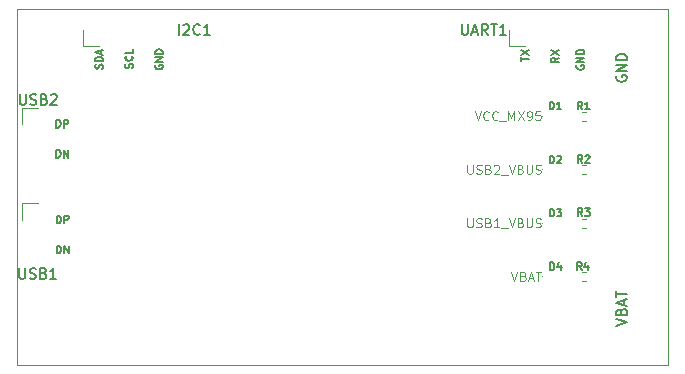
<source format=gbr>
%TF.GenerationSoftware,KiCad,Pcbnew,9.0.7*%
%TF.CreationDate,2026-02-18T13:17:12-07:00*%
%TF.ProjectId,AS_1471_Dash,41535f31-3437-4315-9f44-6173682e6b69,rev?*%
%TF.SameCoordinates,Original*%
%TF.FileFunction,Legend,Top*%
%TF.FilePolarity,Positive*%
%FSLAX46Y46*%
G04 Gerber Fmt 4.6, Leading zero omitted, Abs format (unit mm)*
G04 Created by KiCad (PCBNEW 9.0.7) date 2026-02-18 13:17:12*
%MOMM*%
%LPD*%
G01*
G04 APERTURE LIST*
%ADD10C,0.127000*%
%ADD11C,0.177800*%
%ADD12C,0.101600*%
%ADD13C,0.120000*%
%ADD14C,0.100000*%
%TA.AperFunction,Profile*%
%ADD15C,0.050000*%
%TD*%
G04 APERTURE END LIST*
D10*
X120254833Y-83490665D02*
X120254833Y-84210332D01*
X120254833Y-84210332D02*
X120297167Y-84294998D01*
X120297167Y-84294998D02*
X120339500Y-84337332D01*
X120339500Y-84337332D02*
X120424167Y-84379665D01*
X120424167Y-84379665D02*
X120593500Y-84379665D01*
X120593500Y-84379665D02*
X120678167Y-84337332D01*
X120678167Y-84337332D02*
X120720500Y-84294998D01*
X120720500Y-84294998D02*
X120762833Y-84210332D01*
X120762833Y-84210332D02*
X120762833Y-83490665D01*
X121143833Y-84337332D02*
X121270833Y-84379665D01*
X121270833Y-84379665D02*
X121482500Y-84379665D01*
X121482500Y-84379665D02*
X121567166Y-84337332D01*
X121567166Y-84337332D02*
X121609500Y-84294998D01*
X121609500Y-84294998D02*
X121651833Y-84210332D01*
X121651833Y-84210332D02*
X121651833Y-84125665D01*
X121651833Y-84125665D02*
X121609500Y-84040998D01*
X121609500Y-84040998D02*
X121567166Y-83998665D01*
X121567166Y-83998665D02*
X121482500Y-83956332D01*
X121482500Y-83956332D02*
X121313166Y-83913998D01*
X121313166Y-83913998D02*
X121228500Y-83871665D01*
X121228500Y-83871665D02*
X121186166Y-83829332D01*
X121186166Y-83829332D02*
X121143833Y-83744665D01*
X121143833Y-83744665D02*
X121143833Y-83659998D01*
X121143833Y-83659998D02*
X121186166Y-83575332D01*
X121186166Y-83575332D02*
X121228500Y-83532998D01*
X121228500Y-83532998D02*
X121313166Y-83490665D01*
X121313166Y-83490665D02*
X121524833Y-83490665D01*
X121524833Y-83490665D02*
X121651833Y-83532998D01*
X122329167Y-83913998D02*
X122456167Y-83956332D01*
X122456167Y-83956332D02*
X122498500Y-83998665D01*
X122498500Y-83998665D02*
X122540833Y-84083332D01*
X122540833Y-84083332D02*
X122540833Y-84210332D01*
X122540833Y-84210332D02*
X122498500Y-84294998D01*
X122498500Y-84294998D02*
X122456167Y-84337332D01*
X122456167Y-84337332D02*
X122371500Y-84379665D01*
X122371500Y-84379665D02*
X122032833Y-84379665D01*
X122032833Y-84379665D02*
X122032833Y-83490665D01*
X122032833Y-83490665D02*
X122329167Y-83490665D01*
X122329167Y-83490665D02*
X122413833Y-83532998D01*
X122413833Y-83532998D02*
X122456167Y-83575332D01*
X122456167Y-83575332D02*
X122498500Y-83659998D01*
X122498500Y-83659998D02*
X122498500Y-83744665D01*
X122498500Y-83744665D02*
X122456167Y-83829332D01*
X122456167Y-83829332D02*
X122413833Y-83871665D01*
X122413833Y-83871665D02*
X122329167Y-83913998D01*
X122329167Y-83913998D02*
X122032833Y-83913998D01*
X122879500Y-83575332D02*
X122921833Y-83532998D01*
X122921833Y-83532998D02*
X123006500Y-83490665D01*
X123006500Y-83490665D02*
X123218167Y-83490665D01*
X123218167Y-83490665D02*
X123302833Y-83532998D01*
X123302833Y-83532998D02*
X123345167Y-83575332D01*
X123345167Y-83575332D02*
X123387500Y-83659998D01*
X123387500Y-83659998D02*
X123387500Y-83744665D01*
X123387500Y-83744665D02*
X123345167Y-83871665D01*
X123345167Y-83871665D02*
X122837167Y-84379665D01*
X122837167Y-84379665D02*
X123387500Y-84379665D01*
X120229833Y-98190665D02*
X120229833Y-98910332D01*
X120229833Y-98910332D02*
X120272167Y-98994998D01*
X120272167Y-98994998D02*
X120314500Y-99037332D01*
X120314500Y-99037332D02*
X120399167Y-99079665D01*
X120399167Y-99079665D02*
X120568500Y-99079665D01*
X120568500Y-99079665D02*
X120653167Y-99037332D01*
X120653167Y-99037332D02*
X120695500Y-98994998D01*
X120695500Y-98994998D02*
X120737833Y-98910332D01*
X120737833Y-98910332D02*
X120737833Y-98190665D01*
X121118833Y-99037332D02*
X121245833Y-99079665D01*
X121245833Y-99079665D02*
X121457500Y-99079665D01*
X121457500Y-99079665D02*
X121542166Y-99037332D01*
X121542166Y-99037332D02*
X121584500Y-98994998D01*
X121584500Y-98994998D02*
X121626833Y-98910332D01*
X121626833Y-98910332D02*
X121626833Y-98825665D01*
X121626833Y-98825665D02*
X121584500Y-98740998D01*
X121584500Y-98740998D02*
X121542166Y-98698665D01*
X121542166Y-98698665D02*
X121457500Y-98656332D01*
X121457500Y-98656332D02*
X121288166Y-98613998D01*
X121288166Y-98613998D02*
X121203500Y-98571665D01*
X121203500Y-98571665D02*
X121161166Y-98529332D01*
X121161166Y-98529332D02*
X121118833Y-98444665D01*
X121118833Y-98444665D02*
X121118833Y-98359998D01*
X121118833Y-98359998D02*
X121161166Y-98275332D01*
X121161166Y-98275332D02*
X121203500Y-98232998D01*
X121203500Y-98232998D02*
X121288166Y-98190665D01*
X121288166Y-98190665D02*
X121499833Y-98190665D01*
X121499833Y-98190665D02*
X121626833Y-98232998D01*
X122304167Y-98613998D02*
X122431167Y-98656332D01*
X122431167Y-98656332D02*
X122473500Y-98698665D01*
X122473500Y-98698665D02*
X122515833Y-98783332D01*
X122515833Y-98783332D02*
X122515833Y-98910332D01*
X122515833Y-98910332D02*
X122473500Y-98994998D01*
X122473500Y-98994998D02*
X122431167Y-99037332D01*
X122431167Y-99037332D02*
X122346500Y-99079665D01*
X122346500Y-99079665D02*
X122007833Y-99079665D01*
X122007833Y-99079665D02*
X122007833Y-98190665D01*
X122007833Y-98190665D02*
X122304167Y-98190665D01*
X122304167Y-98190665D02*
X122388833Y-98232998D01*
X122388833Y-98232998D02*
X122431167Y-98275332D01*
X122431167Y-98275332D02*
X122473500Y-98359998D01*
X122473500Y-98359998D02*
X122473500Y-98444665D01*
X122473500Y-98444665D02*
X122431167Y-98529332D01*
X122431167Y-98529332D02*
X122388833Y-98571665D01*
X122388833Y-98571665D02*
X122304167Y-98613998D01*
X122304167Y-98613998D02*
X122007833Y-98613998D01*
X123362500Y-99079665D02*
X122854500Y-99079665D01*
X123108500Y-99079665D02*
X123108500Y-98190665D01*
X123108500Y-98190665D02*
X123023833Y-98317665D01*
X123023833Y-98317665D02*
X122939167Y-98402332D01*
X122939167Y-98402332D02*
X122854500Y-98444665D01*
D11*
X170830356Y-81902332D02*
X170788023Y-81986999D01*
X170788023Y-81986999D02*
X170788023Y-82113999D01*
X170788023Y-82113999D02*
X170830356Y-82240999D01*
X170830356Y-82240999D02*
X170915023Y-82325666D01*
X170915023Y-82325666D02*
X170999690Y-82367999D01*
X170999690Y-82367999D02*
X171169023Y-82410332D01*
X171169023Y-82410332D02*
X171296023Y-82410332D01*
X171296023Y-82410332D02*
X171465356Y-82367999D01*
X171465356Y-82367999D02*
X171550023Y-82325666D01*
X171550023Y-82325666D02*
X171634690Y-82240999D01*
X171634690Y-82240999D02*
X171677023Y-82113999D01*
X171677023Y-82113999D02*
X171677023Y-82029332D01*
X171677023Y-82029332D02*
X171634690Y-81902332D01*
X171634690Y-81902332D02*
X171592356Y-81859999D01*
X171592356Y-81859999D02*
X171296023Y-81859999D01*
X171296023Y-81859999D02*
X171296023Y-82029332D01*
X171677023Y-81478999D02*
X170788023Y-81478999D01*
X170788023Y-81478999D02*
X171677023Y-80970999D01*
X171677023Y-80970999D02*
X170788023Y-80970999D01*
X171677023Y-80547666D02*
X170788023Y-80547666D01*
X170788023Y-80547666D02*
X170788023Y-80335999D01*
X170788023Y-80335999D02*
X170830356Y-80208999D01*
X170830356Y-80208999D02*
X170915023Y-80124333D01*
X170915023Y-80124333D02*
X170999690Y-80081999D01*
X170999690Y-80081999D02*
X171169023Y-80039666D01*
X171169023Y-80039666D02*
X171296023Y-80039666D01*
X171296023Y-80039666D02*
X171465356Y-80081999D01*
X171465356Y-80081999D02*
X171550023Y-80124333D01*
X171550023Y-80124333D02*
X171634690Y-80208999D01*
X171634690Y-80208999D02*
X171677023Y-80335999D01*
X171677023Y-80335999D02*
X171677023Y-80547666D01*
D10*
X127256921Y-81321647D02*
X127287159Y-81230933D01*
X127287159Y-81230933D02*
X127287159Y-81079742D01*
X127287159Y-81079742D02*
X127256921Y-81019266D01*
X127256921Y-81019266D02*
X127226682Y-80989028D01*
X127226682Y-80989028D02*
X127166206Y-80958790D01*
X127166206Y-80958790D02*
X127105730Y-80958790D01*
X127105730Y-80958790D02*
X127045254Y-80989028D01*
X127045254Y-80989028D02*
X127015016Y-81019266D01*
X127015016Y-81019266D02*
X126984778Y-81079742D01*
X126984778Y-81079742D02*
X126954540Y-81200695D01*
X126954540Y-81200695D02*
X126924301Y-81261171D01*
X126924301Y-81261171D02*
X126894063Y-81291409D01*
X126894063Y-81291409D02*
X126833587Y-81321647D01*
X126833587Y-81321647D02*
X126773111Y-81321647D01*
X126773111Y-81321647D02*
X126712635Y-81291409D01*
X126712635Y-81291409D02*
X126682397Y-81261171D01*
X126682397Y-81261171D02*
X126652159Y-81200695D01*
X126652159Y-81200695D02*
X126652159Y-81049504D01*
X126652159Y-81049504D02*
X126682397Y-80958790D01*
X127287159Y-80686647D02*
X126652159Y-80686647D01*
X126652159Y-80686647D02*
X126652159Y-80535457D01*
X126652159Y-80535457D02*
X126682397Y-80444742D01*
X126682397Y-80444742D02*
X126742873Y-80384266D01*
X126742873Y-80384266D02*
X126803349Y-80354028D01*
X126803349Y-80354028D02*
X126924301Y-80323790D01*
X126924301Y-80323790D02*
X127015016Y-80323790D01*
X127015016Y-80323790D02*
X127135968Y-80354028D01*
X127135968Y-80354028D02*
X127196444Y-80384266D01*
X127196444Y-80384266D02*
X127256921Y-80444742D01*
X127256921Y-80444742D02*
X127287159Y-80535457D01*
X127287159Y-80535457D02*
X127287159Y-80686647D01*
X127105730Y-80081885D02*
X127105730Y-79779504D01*
X127287159Y-80142361D02*
X126652159Y-79930695D01*
X126652159Y-79930695D02*
X127287159Y-79719028D01*
X123359742Y-88837159D02*
X123359742Y-88202159D01*
X123359742Y-88202159D02*
X123510932Y-88202159D01*
X123510932Y-88202159D02*
X123601647Y-88232397D01*
X123601647Y-88232397D02*
X123662123Y-88292873D01*
X123662123Y-88292873D02*
X123692361Y-88353349D01*
X123692361Y-88353349D02*
X123722599Y-88474301D01*
X123722599Y-88474301D02*
X123722599Y-88565016D01*
X123722599Y-88565016D02*
X123692361Y-88685968D01*
X123692361Y-88685968D02*
X123662123Y-88746444D01*
X123662123Y-88746444D02*
X123601647Y-88806921D01*
X123601647Y-88806921D02*
X123510932Y-88837159D01*
X123510932Y-88837159D02*
X123359742Y-88837159D01*
X123994742Y-88837159D02*
X123994742Y-88202159D01*
X123994742Y-88202159D02*
X124357599Y-88837159D01*
X124357599Y-88837159D02*
X124357599Y-88202159D01*
X129796921Y-81255952D02*
X129827159Y-81165238D01*
X129827159Y-81165238D02*
X129827159Y-81014047D01*
X129827159Y-81014047D02*
X129796921Y-80953571D01*
X129796921Y-80953571D02*
X129766682Y-80923333D01*
X129766682Y-80923333D02*
X129706206Y-80893095D01*
X129706206Y-80893095D02*
X129645730Y-80893095D01*
X129645730Y-80893095D02*
X129585254Y-80923333D01*
X129585254Y-80923333D02*
X129555016Y-80953571D01*
X129555016Y-80953571D02*
X129524778Y-81014047D01*
X129524778Y-81014047D02*
X129494540Y-81135000D01*
X129494540Y-81135000D02*
X129464301Y-81195476D01*
X129464301Y-81195476D02*
X129434063Y-81225714D01*
X129434063Y-81225714D02*
X129373587Y-81255952D01*
X129373587Y-81255952D02*
X129313111Y-81255952D01*
X129313111Y-81255952D02*
X129252635Y-81225714D01*
X129252635Y-81225714D02*
X129222397Y-81195476D01*
X129222397Y-81195476D02*
X129192159Y-81135000D01*
X129192159Y-81135000D02*
X129192159Y-80983809D01*
X129192159Y-80983809D02*
X129222397Y-80893095D01*
X129766682Y-80258095D02*
X129796921Y-80288333D01*
X129796921Y-80288333D02*
X129827159Y-80379047D01*
X129827159Y-80379047D02*
X129827159Y-80439523D01*
X129827159Y-80439523D02*
X129796921Y-80530238D01*
X129796921Y-80530238D02*
X129736444Y-80590714D01*
X129736444Y-80590714D02*
X129675968Y-80620952D01*
X129675968Y-80620952D02*
X129555016Y-80651190D01*
X129555016Y-80651190D02*
X129464301Y-80651190D01*
X129464301Y-80651190D02*
X129343349Y-80620952D01*
X129343349Y-80620952D02*
X129282873Y-80590714D01*
X129282873Y-80590714D02*
X129222397Y-80530238D01*
X129222397Y-80530238D02*
X129192159Y-80439523D01*
X129192159Y-80439523D02*
X129192159Y-80379047D01*
X129192159Y-80379047D02*
X129222397Y-80288333D01*
X129222397Y-80288333D02*
X129252635Y-80258095D01*
X129827159Y-79683571D02*
X129827159Y-79985952D01*
X129827159Y-79985952D02*
X129192159Y-79985952D01*
D12*
X158165714Y-89460231D02*
X158165714Y-90077088D01*
X158165714Y-90077088D02*
X158202000Y-90149660D01*
X158202000Y-90149660D02*
X158238286Y-90185946D01*
X158238286Y-90185946D02*
X158310857Y-90222231D01*
X158310857Y-90222231D02*
X158456000Y-90222231D01*
X158456000Y-90222231D02*
X158528571Y-90185946D01*
X158528571Y-90185946D02*
X158564857Y-90149660D01*
X158564857Y-90149660D02*
X158601143Y-90077088D01*
X158601143Y-90077088D02*
X158601143Y-89460231D01*
X158927714Y-90185946D02*
X159036572Y-90222231D01*
X159036572Y-90222231D02*
X159218000Y-90222231D01*
X159218000Y-90222231D02*
X159290572Y-90185946D01*
X159290572Y-90185946D02*
X159326857Y-90149660D01*
X159326857Y-90149660D02*
X159363143Y-90077088D01*
X159363143Y-90077088D02*
X159363143Y-90004517D01*
X159363143Y-90004517D02*
X159326857Y-89931946D01*
X159326857Y-89931946D02*
X159290572Y-89895660D01*
X159290572Y-89895660D02*
X159218000Y-89859374D01*
X159218000Y-89859374D02*
X159072857Y-89823088D01*
X159072857Y-89823088D02*
X159000286Y-89786803D01*
X159000286Y-89786803D02*
X158964000Y-89750517D01*
X158964000Y-89750517D02*
X158927714Y-89677946D01*
X158927714Y-89677946D02*
X158927714Y-89605374D01*
X158927714Y-89605374D02*
X158964000Y-89532803D01*
X158964000Y-89532803D02*
X159000286Y-89496517D01*
X159000286Y-89496517D02*
X159072857Y-89460231D01*
X159072857Y-89460231D02*
X159254286Y-89460231D01*
X159254286Y-89460231D02*
X159363143Y-89496517D01*
X159943714Y-89823088D02*
X160052571Y-89859374D01*
X160052571Y-89859374D02*
X160088857Y-89895660D01*
X160088857Y-89895660D02*
X160125143Y-89968231D01*
X160125143Y-89968231D02*
X160125143Y-90077088D01*
X160125143Y-90077088D02*
X160088857Y-90149660D01*
X160088857Y-90149660D02*
X160052571Y-90185946D01*
X160052571Y-90185946D02*
X159980000Y-90222231D01*
X159980000Y-90222231D02*
X159689714Y-90222231D01*
X159689714Y-90222231D02*
X159689714Y-89460231D01*
X159689714Y-89460231D02*
X159943714Y-89460231D01*
X159943714Y-89460231D02*
X160016286Y-89496517D01*
X160016286Y-89496517D02*
X160052571Y-89532803D01*
X160052571Y-89532803D02*
X160088857Y-89605374D01*
X160088857Y-89605374D02*
X160088857Y-89677946D01*
X160088857Y-89677946D02*
X160052571Y-89750517D01*
X160052571Y-89750517D02*
X160016286Y-89786803D01*
X160016286Y-89786803D02*
X159943714Y-89823088D01*
X159943714Y-89823088D02*
X159689714Y-89823088D01*
X160415428Y-89532803D02*
X160451714Y-89496517D01*
X160451714Y-89496517D02*
X160524286Y-89460231D01*
X160524286Y-89460231D02*
X160705714Y-89460231D01*
X160705714Y-89460231D02*
X160778286Y-89496517D01*
X160778286Y-89496517D02*
X160814571Y-89532803D01*
X160814571Y-89532803D02*
X160850857Y-89605374D01*
X160850857Y-89605374D02*
X160850857Y-89677946D01*
X160850857Y-89677946D02*
X160814571Y-89786803D01*
X160814571Y-89786803D02*
X160379143Y-90222231D01*
X160379143Y-90222231D02*
X160850857Y-90222231D01*
X160996000Y-90294803D02*
X161576571Y-90294803D01*
X161649142Y-89460231D02*
X161903142Y-90222231D01*
X161903142Y-90222231D02*
X162157142Y-89460231D01*
X162665142Y-89823088D02*
X162773999Y-89859374D01*
X162773999Y-89859374D02*
X162810285Y-89895660D01*
X162810285Y-89895660D02*
X162846571Y-89968231D01*
X162846571Y-89968231D02*
X162846571Y-90077088D01*
X162846571Y-90077088D02*
X162810285Y-90149660D01*
X162810285Y-90149660D02*
X162773999Y-90185946D01*
X162773999Y-90185946D02*
X162701428Y-90222231D01*
X162701428Y-90222231D02*
X162411142Y-90222231D01*
X162411142Y-90222231D02*
X162411142Y-89460231D01*
X162411142Y-89460231D02*
X162665142Y-89460231D01*
X162665142Y-89460231D02*
X162737714Y-89496517D01*
X162737714Y-89496517D02*
X162773999Y-89532803D01*
X162773999Y-89532803D02*
X162810285Y-89605374D01*
X162810285Y-89605374D02*
X162810285Y-89677946D01*
X162810285Y-89677946D02*
X162773999Y-89750517D01*
X162773999Y-89750517D02*
X162737714Y-89786803D01*
X162737714Y-89786803D02*
X162665142Y-89823088D01*
X162665142Y-89823088D02*
X162411142Y-89823088D01*
X163173142Y-89460231D02*
X163173142Y-90077088D01*
X163173142Y-90077088D02*
X163209428Y-90149660D01*
X163209428Y-90149660D02*
X163245714Y-90185946D01*
X163245714Y-90185946D02*
X163318285Y-90222231D01*
X163318285Y-90222231D02*
X163463428Y-90222231D01*
X163463428Y-90222231D02*
X163535999Y-90185946D01*
X163535999Y-90185946D02*
X163572285Y-90149660D01*
X163572285Y-90149660D02*
X163608571Y-90077088D01*
X163608571Y-90077088D02*
X163608571Y-89460231D01*
X163935142Y-90185946D02*
X164044000Y-90222231D01*
X164044000Y-90222231D02*
X164225428Y-90222231D01*
X164225428Y-90222231D02*
X164298000Y-90185946D01*
X164298000Y-90185946D02*
X164334285Y-90149660D01*
X164334285Y-90149660D02*
X164370571Y-90077088D01*
X164370571Y-90077088D02*
X164370571Y-90004517D01*
X164370571Y-90004517D02*
X164334285Y-89931946D01*
X164334285Y-89931946D02*
X164298000Y-89895660D01*
X164298000Y-89895660D02*
X164225428Y-89859374D01*
X164225428Y-89859374D02*
X164080285Y-89823088D01*
X164080285Y-89823088D02*
X164007714Y-89786803D01*
X164007714Y-89786803D02*
X163971428Y-89750517D01*
X163971428Y-89750517D02*
X163935142Y-89677946D01*
X163935142Y-89677946D02*
X163935142Y-89605374D01*
X163935142Y-89605374D02*
X163971428Y-89532803D01*
X163971428Y-89532803D02*
X164007714Y-89496517D01*
X164007714Y-89496517D02*
X164080285Y-89460231D01*
X164080285Y-89460231D02*
X164261714Y-89460231D01*
X164261714Y-89460231D02*
X164370571Y-89496517D01*
D10*
X123409742Y-96927159D02*
X123409742Y-96292159D01*
X123409742Y-96292159D02*
X123560932Y-96292159D01*
X123560932Y-96292159D02*
X123651647Y-96322397D01*
X123651647Y-96322397D02*
X123712123Y-96382873D01*
X123712123Y-96382873D02*
X123742361Y-96443349D01*
X123742361Y-96443349D02*
X123772599Y-96564301D01*
X123772599Y-96564301D02*
X123772599Y-96655016D01*
X123772599Y-96655016D02*
X123742361Y-96775968D01*
X123742361Y-96775968D02*
X123712123Y-96836444D01*
X123712123Y-96836444D02*
X123651647Y-96896921D01*
X123651647Y-96896921D02*
X123560932Y-96927159D01*
X123560932Y-96927159D02*
X123409742Y-96927159D01*
X124044742Y-96927159D02*
X124044742Y-96292159D01*
X124044742Y-96292159D02*
X124407599Y-96927159D01*
X124407599Y-96927159D02*
X124407599Y-96292159D01*
D12*
X158769715Y-84907431D02*
X159023715Y-85669431D01*
X159023715Y-85669431D02*
X159277715Y-84907431D01*
X159967144Y-85596860D02*
X159930858Y-85633146D01*
X159930858Y-85633146D02*
X159822001Y-85669431D01*
X159822001Y-85669431D02*
X159749429Y-85669431D01*
X159749429Y-85669431D02*
X159640572Y-85633146D01*
X159640572Y-85633146D02*
X159568001Y-85560574D01*
X159568001Y-85560574D02*
X159531715Y-85488003D01*
X159531715Y-85488003D02*
X159495429Y-85342860D01*
X159495429Y-85342860D02*
X159495429Y-85234003D01*
X159495429Y-85234003D02*
X159531715Y-85088860D01*
X159531715Y-85088860D02*
X159568001Y-85016288D01*
X159568001Y-85016288D02*
X159640572Y-84943717D01*
X159640572Y-84943717D02*
X159749429Y-84907431D01*
X159749429Y-84907431D02*
X159822001Y-84907431D01*
X159822001Y-84907431D02*
X159930858Y-84943717D01*
X159930858Y-84943717D02*
X159967144Y-84980003D01*
X160729144Y-85596860D02*
X160692858Y-85633146D01*
X160692858Y-85633146D02*
X160584001Y-85669431D01*
X160584001Y-85669431D02*
X160511429Y-85669431D01*
X160511429Y-85669431D02*
X160402572Y-85633146D01*
X160402572Y-85633146D02*
X160330001Y-85560574D01*
X160330001Y-85560574D02*
X160293715Y-85488003D01*
X160293715Y-85488003D02*
X160257429Y-85342860D01*
X160257429Y-85342860D02*
X160257429Y-85234003D01*
X160257429Y-85234003D02*
X160293715Y-85088860D01*
X160293715Y-85088860D02*
X160330001Y-85016288D01*
X160330001Y-85016288D02*
X160402572Y-84943717D01*
X160402572Y-84943717D02*
X160511429Y-84907431D01*
X160511429Y-84907431D02*
X160584001Y-84907431D01*
X160584001Y-84907431D02*
X160692858Y-84943717D01*
X160692858Y-84943717D02*
X160729144Y-84980003D01*
X160874287Y-85742003D02*
X161454858Y-85742003D01*
X161636286Y-85669431D02*
X161636286Y-84907431D01*
X161636286Y-84907431D02*
X161890286Y-85451717D01*
X161890286Y-85451717D02*
X162144286Y-84907431D01*
X162144286Y-84907431D02*
X162144286Y-85669431D01*
X162434572Y-84907431D02*
X162942572Y-85669431D01*
X162942572Y-84907431D02*
X162434572Y-85669431D01*
X163269143Y-85669431D02*
X163414286Y-85669431D01*
X163414286Y-85669431D02*
X163486857Y-85633146D01*
X163486857Y-85633146D02*
X163523143Y-85596860D01*
X163523143Y-85596860D02*
X163595714Y-85488003D01*
X163595714Y-85488003D02*
X163632000Y-85342860D01*
X163632000Y-85342860D02*
X163632000Y-85052574D01*
X163632000Y-85052574D02*
X163595714Y-84980003D01*
X163595714Y-84980003D02*
X163559429Y-84943717D01*
X163559429Y-84943717D02*
X163486857Y-84907431D01*
X163486857Y-84907431D02*
X163341714Y-84907431D01*
X163341714Y-84907431D02*
X163269143Y-84943717D01*
X163269143Y-84943717D02*
X163232857Y-84980003D01*
X163232857Y-84980003D02*
X163196571Y-85052574D01*
X163196571Y-85052574D02*
X163196571Y-85234003D01*
X163196571Y-85234003D02*
X163232857Y-85306574D01*
X163232857Y-85306574D02*
X163269143Y-85342860D01*
X163269143Y-85342860D02*
X163341714Y-85379146D01*
X163341714Y-85379146D02*
X163486857Y-85379146D01*
X163486857Y-85379146D02*
X163559429Y-85342860D01*
X163559429Y-85342860D02*
X163595714Y-85306574D01*
X163595714Y-85306574D02*
X163632000Y-85234003D01*
X164321428Y-84907431D02*
X163958571Y-84907431D01*
X163958571Y-84907431D02*
X163922285Y-85270288D01*
X163922285Y-85270288D02*
X163958571Y-85234003D01*
X163958571Y-85234003D02*
X164031143Y-85197717D01*
X164031143Y-85197717D02*
X164212571Y-85197717D01*
X164212571Y-85197717D02*
X164285143Y-85234003D01*
X164285143Y-85234003D02*
X164321428Y-85270288D01*
X164321428Y-85270288D02*
X164357714Y-85342860D01*
X164357714Y-85342860D02*
X164357714Y-85524288D01*
X164357714Y-85524288D02*
X164321428Y-85596860D01*
X164321428Y-85596860D02*
X164285143Y-85633146D01*
X164285143Y-85633146D02*
X164212571Y-85669431D01*
X164212571Y-85669431D02*
X164031143Y-85669431D01*
X164031143Y-85669431D02*
X163958571Y-85633146D01*
X163958571Y-85633146D02*
X163922285Y-85596860D01*
D11*
X170763023Y-103060499D02*
X171652023Y-102764166D01*
X171652023Y-102764166D02*
X170763023Y-102467832D01*
X171186356Y-101875166D02*
X171228690Y-101748166D01*
X171228690Y-101748166D02*
X171271023Y-101705832D01*
X171271023Y-101705832D02*
X171355690Y-101663499D01*
X171355690Y-101663499D02*
X171482690Y-101663499D01*
X171482690Y-101663499D02*
X171567356Y-101705832D01*
X171567356Y-101705832D02*
X171609690Y-101748166D01*
X171609690Y-101748166D02*
X171652023Y-101832832D01*
X171652023Y-101832832D02*
X171652023Y-102171499D01*
X171652023Y-102171499D02*
X170763023Y-102171499D01*
X170763023Y-102171499D02*
X170763023Y-101875166D01*
X170763023Y-101875166D02*
X170805356Y-101790499D01*
X170805356Y-101790499D02*
X170847690Y-101748166D01*
X170847690Y-101748166D02*
X170932356Y-101705832D01*
X170932356Y-101705832D02*
X171017023Y-101705832D01*
X171017023Y-101705832D02*
X171101690Y-101748166D01*
X171101690Y-101748166D02*
X171144023Y-101790499D01*
X171144023Y-101790499D02*
X171186356Y-101875166D01*
X171186356Y-101875166D02*
X171186356Y-102171499D01*
X171398023Y-101324832D02*
X171398023Y-100901499D01*
X171652023Y-101409499D02*
X170763023Y-101113166D01*
X170763023Y-101113166D02*
X171652023Y-100816832D01*
X170763023Y-100647499D02*
X170763023Y-100139499D01*
X171652023Y-100393499D02*
X170763023Y-100393499D01*
D10*
X133733833Y-78454665D02*
X133733833Y-77565665D01*
X134114833Y-77650332D02*
X134157166Y-77607998D01*
X134157166Y-77607998D02*
X134241833Y-77565665D01*
X134241833Y-77565665D02*
X134453500Y-77565665D01*
X134453500Y-77565665D02*
X134538166Y-77607998D01*
X134538166Y-77607998D02*
X134580500Y-77650332D01*
X134580500Y-77650332D02*
X134622833Y-77734998D01*
X134622833Y-77734998D02*
X134622833Y-77819665D01*
X134622833Y-77819665D02*
X134580500Y-77946665D01*
X134580500Y-77946665D02*
X134072500Y-78454665D01*
X134072500Y-78454665D02*
X134622833Y-78454665D01*
X135511833Y-78369998D02*
X135469500Y-78412332D01*
X135469500Y-78412332D02*
X135342500Y-78454665D01*
X135342500Y-78454665D02*
X135257833Y-78454665D01*
X135257833Y-78454665D02*
X135130833Y-78412332D01*
X135130833Y-78412332D02*
X135046167Y-78327665D01*
X135046167Y-78327665D02*
X135003833Y-78242998D01*
X135003833Y-78242998D02*
X134961500Y-78073665D01*
X134961500Y-78073665D02*
X134961500Y-77946665D01*
X134961500Y-77946665D02*
X135003833Y-77777332D01*
X135003833Y-77777332D02*
X135046167Y-77692665D01*
X135046167Y-77692665D02*
X135130833Y-77607998D01*
X135130833Y-77607998D02*
X135257833Y-77565665D01*
X135257833Y-77565665D02*
X135342500Y-77565665D01*
X135342500Y-77565665D02*
X135469500Y-77607998D01*
X135469500Y-77607998D02*
X135511833Y-77650332D01*
X136358500Y-78454665D02*
X135850500Y-78454665D01*
X136104500Y-78454665D02*
X136104500Y-77565665D01*
X136104500Y-77565665D02*
X136019833Y-77692665D01*
X136019833Y-77692665D02*
X135935167Y-77777332D01*
X135935167Y-77777332D02*
X135850500Y-77819665D01*
X162727159Y-80683809D02*
X162727159Y-80320952D01*
X163362159Y-80502381D02*
X162727159Y-80502381D01*
X162727159Y-80169761D02*
X163362159Y-79746428D01*
X162727159Y-79746428D02*
X163362159Y-80169761D01*
X157708500Y-77565665D02*
X157708500Y-78285332D01*
X157708500Y-78285332D02*
X157750834Y-78369998D01*
X157750834Y-78369998D02*
X157793167Y-78412332D01*
X157793167Y-78412332D02*
X157877834Y-78454665D01*
X157877834Y-78454665D02*
X158047167Y-78454665D01*
X158047167Y-78454665D02*
X158131834Y-78412332D01*
X158131834Y-78412332D02*
X158174167Y-78369998D01*
X158174167Y-78369998D02*
X158216500Y-78285332D01*
X158216500Y-78285332D02*
X158216500Y-77565665D01*
X158597500Y-78200665D02*
X159020833Y-78200665D01*
X158512833Y-78454665D02*
X158809167Y-77565665D01*
X158809167Y-77565665D02*
X159105500Y-78454665D01*
X159909833Y-78454665D02*
X159613500Y-78031332D01*
X159401833Y-78454665D02*
X159401833Y-77565665D01*
X159401833Y-77565665D02*
X159740500Y-77565665D01*
X159740500Y-77565665D02*
X159825167Y-77607998D01*
X159825167Y-77607998D02*
X159867500Y-77650332D01*
X159867500Y-77650332D02*
X159909833Y-77734998D01*
X159909833Y-77734998D02*
X159909833Y-77861998D01*
X159909833Y-77861998D02*
X159867500Y-77946665D01*
X159867500Y-77946665D02*
X159825167Y-77988998D01*
X159825167Y-77988998D02*
X159740500Y-78031332D01*
X159740500Y-78031332D02*
X159401833Y-78031332D01*
X160163833Y-77565665D02*
X160671833Y-77565665D01*
X160417833Y-78454665D02*
X160417833Y-77565665D01*
X161433833Y-78454665D02*
X160925833Y-78454665D01*
X161179833Y-78454665D02*
X161179833Y-77565665D01*
X161179833Y-77565665D02*
X161095166Y-77692665D01*
X161095166Y-77692665D02*
X161010500Y-77777332D01*
X161010500Y-77777332D02*
X160925833Y-77819665D01*
X165912159Y-80380833D02*
X165609778Y-80592500D01*
X165912159Y-80743690D02*
X165277159Y-80743690D01*
X165277159Y-80743690D02*
X165277159Y-80501785D01*
X165277159Y-80501785D02*
X165307397Y-80441309D01*
X165307397Y-80441309D02*
X165337635Y-80411071D01*
X165337635Y-80411071D02*
X165398111Y-80380833D01*
X165398111Y-80380833D02*
X165488825Y-80380833D01*
X165488825Y-80380833D02*
X165549301Y-80411071D01*
X165549301Y-80411071D02*
X165579540Y-80441309D01*
X165579540Y-80441309D02*
X165609778Y-80501785D01*
X165609778Y-80501785D02*
X165609778Y-80743690D01*
X165277159Y-80169166D02*
X165912159Y-79745833D01*
X165277159Y-79745833D02*
X165912159Y-80169166D01*
X123359742Y-86297159D02*
X123359742Y-85662159D01*
X123359742Y-85662159D02*
X123510932Y-85662159D01*
X123510932Y-85662159D02*
X123601647Y-85692397D01*
X123601647Y-85692397D02*
X123662123Y-85752873D01*
X123662123Y-85752873D02*
X123692361Y-85813349D01*
X123692361Y-85813349D02*
X123722599Y-85934301D01*
X123722599Y-85934301D02*
X123722599Y-86025016D01*
X123722599Y-86025016D02*
X123692361Y-86145968D01*
X123692361Y-86145968D02*
X123662123Y-86206444D01*
X123662123Y-86206444D02*
X123601647Y-86266921D01*
X123601647Y-86266921D02*
X123510932Y-86297159D01*
X123510932Y-86297159D02*
X123359742Y-86297159D01*
X123994742Y-86297159D02*
X123994742Y-85662159D01*
X123994742Y-85662159D02*
X124236647Y-85662159D01*
X124236647Y-85662159D02*
X124297123Y-85692397D01*
X124297123Y-85692397D02*
X124327361Y-85722635D01*
X124327361Y-85722635D02*
X124357599Y-85783111D01*
X124357599Y-85783111D02*
X124357599Y-85873825D01*
X124357599Y-85873825D02*
X124327361Y-85934301D01*
X124327361Y-85934301D02*
X124297123Y-85964540D01*
X124297123Y-85964540D02*
X124236647Y-85994778D01*
X124236647Y-85994778D02*
X123994742Y-85994778D01*
X167432397Y-81033809D02*
X167402159Y-81094285D01*
X167402159Y-81094285D02*
X167402159Y-81184999D01*
X167402159Y-81184999D02*
X167432397Y-81275714D01*
X167432397Y-81275714D02*
X167492873Y-81336190D01*
X167492873Y-81336190D02*
X167553349Y-81366428D01*
X167553349Y-81366428D02*
X167674301Y-81396666D01*
X167674301Y-81396666D02*
X167765016Y-81396666D01*
X167765016Y-81396666D02*
X167885968Y-81366428D01*
X167885968Y-81366428D02*
X167946444Y-81336190D01*
X167946444Y-81336190D02*
X168006921Y-81275714D01*
X168006921Y-81275714D02*
X168037159Y-81184999D01*
X168037159Y-81184999D02*
X168037159Y-81124523D01*
X168037159Y-81124523D02*
X168006921Y-81033809D01*
X168006921Y-81033809D02*
X167976682Y-81003571D01*
X167976682Y-81003571D02*
X167765016Y-81003571D01*
X167765016Y-81003571D02*
X167765016Y-81124523D01*
X168037159Y-80731428D02*
X167402159Y-80731428D01*
X167402159Y-80731428D02*
X168037159Y-80368571D01*
X168037159Y-80368571D02*
X167402159Y-80368571D01*
X168037159Y-80066190D02*
X167402159Y-80066190D01*
X167402159Y-80066190D02*
X167402159Y-79915000D01*
X167402159Y-79915000D02*
X167432397Y-79824285D01*
X167432397Y-79824285D02*
X167492873Y-79763809D01*
X167492873Y-79763809D02*
X167553349Y-79733571D01*
X167553349Y-79733571D02*
X167674301Y-79703333D01*
X167674301Y-79703333D02*
X167765016Y-79703333D01*
X167765016Y-79703333D02*
X167885968Y-79733571D01*
X167885968Y-79733571D02*
X167946444Y-79763809D01*
X167946444Y-79763809D02*
X168006921Y-79824285D01*
X168006921Y-79824285D02*
X168037159Y-79915000D01*
X168037159Y-79915000D02*
X168037159Y-80066190D01*
D12*
X158165714Y-93975964D02*
X158165714Y-94592821D01*
X158165714Y-94592821D02*
X158202000Y-94665393D01*
X158202000Y-94665393D02*
X158238286Y-94701679D01*
X158238286Y-94701679D02*
X158310857Y-94737964D01*
X158310857Y-94737964D02*
X158456000Y-94737964D01*
X158456000Y-94737964D02*
X158528571Y-94701679D01*
X158528571Y-94701679D02*
X158564857Y-94665393D01*
X158564857Y-94665393D02*
X158601143Y-94592821D01*
X158601143Y-94592821D02*
X158601143Y-93975964D01*
X158927714Y-94701679D02*
X159036572Y-94737964D01*
X159036572Y-94737964D02*
X159218000Y-94737964D01*
X159218000Y-94737964D02*
X159290572Y-94701679D01*
X159290572Y-94701679D02*
X159326857Y-94665393D01*
X159326857Y-94665393D02*
X159363143Y-94592821D01*
X159363143Y-94592821D02*
X159363143Y-94520250D01*
X159363143Y-94520250D02*
X159326857Y-94447679D01*
X159326857Y-94447679D02*
X159290572Y-94411393D01*
X159290572Y-94411393D02*
X159218000Y-94375107D01*
X159218000Y-94375107D02*
X159072857Y-94338821D01*
X159072857Y-94338821D02*
X159000286Y-94302536D01*
X159000286Y-94302536D02*
X158964000Y-94266250D01*
X158964000Y-94266250D02*
X158927714Y-94193679D01*
X158927714Y-94193679D02*
X158927714Y-94121107D01*
X158927714Y-94121107D02*
X158964000Y-94048536D01*
X158964000Y-94048536D02*
X159000286Y-94012250D01*
X159000286Y-94012250D02*
X159072857Y-93975964D01*
X159072857Y-93975964D02*
X159254286Y-93975964D01*
X159254286Y-93975964D02*
X159363143Y-94012250D01*
X159943714Y-94338821D02*
X160052571Y-94375107D01*
X160052571Y-94375107D02*
X160088857Y-94411393D01*
X160088857Y-94411393D02*
X160125143Y-94483964D01*
X160125143Y-94483964D02*
X160125143Y-94592821D01*
X160125143Y-94592821D02*
X160088857Y-94665393D01*
X160088857Y-94665393D02*
X160052571Y-94701679D01*
X160052571Y-94701679D02*
X159980000Y-94737964D01*
X159980000Y-94737964D02*
X159689714Y-94737964D01*
X159689714Y-94737964D02*
X159689714Y-93975964D01*
X159689714Y-93975964D02*
X159943714Y-93975964D01*
X159943714Y-93975964D02*
X160016286Y-94012250D01*
X160016286Y-94012250D02*
X160052571Y-94048536D01*
X160052571Y-94048536D02*
X160088857Y-94121107D01*
X160088857Y-94121107D02*
X160088857Y-94193679D01*
X160088857Y-94193679D02*
X160052571Y-94266250D01*
X160052571Y-94266250D02*
X160016286Y-94302536D01*
X160016286Y-94302536D02*
X159943714Y-94338821D01*
X159943714Y-94338821D02*
X159689714Y-94338821D01*
X160850857Y-94737964D02*
X160415428Y-94737964D01*
X160633143Y-94737964D02*
X160633143Y-93975964D01*
X160633143Y-93975964D02*
X160560571Y-94084821D01*
X160560571Y-94084821D02*
X160488000Y-94157393D01*
X160488000Y-94157393D02*
X160415428Y-94193679D01*
X160996000Y-94810536D02*
X161576571Y-94810536D01*
X161649142Y-93975964D02*
X161903142Y-94737964D01*
X161903142Y-94737964D02*
X162157142Y-93975964D01*
X162665142Y-94338821D02*
X162773999Y-94375107D01*
X162773999Y-94375107D02*
X162810285Y-94411393D01*
X162810285Y-94411393D02*
X162846571Y-94483964D01*
X162846571Y-94483964D02*
X162846571Y-94592821D01*
X162846571Y-94592821D02*
X162810285Y-94665393D01*
X162810285Y-94665393D02*
X162773999Y-94701679D01*
X162773999Y-94701679D02*
X162701428Y-94737964D01*
X162701428Y-94737964D02*
X162411142Y-94737964D01*
X162411142Y-94737964D02*
X162411142Y-93975964D01*
X162411142Y-93975964D02*
X162665142Y-93975964D01*
X162665142Y-93975964D02*
X162737714Y-94012250D01*
X162737714Y-94012250D02*
X162773999Y-94048536D01*
X162773999Y-94048536D02*
X162810285Y-94121107D01*
X162810285Y-94121107D02*
X162810285Y-94193679D01*
X162810285Y-94193679D02*
X162773999Y-94266250D01*
X162773999Y-94266250D02*
X162737714Y-94302536D01*
X162737714Y-94302536D02*
X162665142Y-94338821D01*
X162665142Y-94338821D02*
X162411142Y-94338821D01*
X163173142Y-93975964D02*
X163173142Y-94592821D01*
X163173142Y-94592821D02*
X163209428Y-94665393D01*
X163209428Y-94665393D02*
X163245714Y-94701679D01*
X163245714Y-94701679D02*
X163318285Y-94737964D01*
X163318285Y-94737964D02*
X163463428Y-94737964D01*
X163463428Y-94737964D02*
X163535999Y-94701679D01*
X163535999Y-94701679D02*
X163572285Y-94665393D01*
X163572285Y-94665393D02*
X163608571Y-94592821D01*
X163608571Y-94592821D02*
X163608571Y-93975964D01*
X163935142Y-94701679D02*
X164044000Y-94737964D01*
X164044000Y-94737964D02*
X164225428Y-94737964D01*
X164225428Y-94737964D02*
X164298000Y-94701679D01*
X164298000Y-94701679D02*
X164334285Y-94665393D01*
X164334285Y-94665393D02*
X164370571Y-94592821D01*
X164370571Y-94592821D02*
X164370571Y-94520250D01*
X164370571Y-94520250D02*
X164334285Y-94447679D01*
X164334285Y-94447679D02*
X164298000Y-94411393D01*
X164298000Y-94411393D02*
X164225428Y-94375107D01*
X164225428Y-94375107D02*
X164080285Y-94338821D01*
X164080285Y-94338821D02*
X164007714Y-94302536D01*
X164007714Y-94302536D02*
X163971428Y-94266250D01*
X163971428Y-94266250D02*
X163935142Y-94193679D01*
X163935142Y-94193679D02*
X163935142Y-94121107D01*
X163935142Y-94121107D02*
X163971428Y-94048536D01*
X163971428Y-94048536D02*
X164007714Y-94012250D01*
X164007714Y-94012250D02*
X164080285Y-93975964D01*
X164080285Y-93975964D02*
X164261714Y-93975964D01*
X164261714Y-93975964D02*
X164370571Y-94012250D01*
D10*
X123409742Y-94387159D02*
X123409742Y-93752159D01*
X123409742Y-93752159D02*
X123560932Y-93752159D01*
X123560932Y-93752159D02*
X123651647Y-93782397D01*
X123651647Y-93782397D02*
X123712123Y-93842873D01*
X123712123Y-93842873D02*
X123742361Y-93903349D01*
X123742361Y-93903349D02*
X123772599Y-94024301D01*
X123772599Y-94024301D02*
X123772599Y-94115016D01*
X123772599Y-94115016D02*
X123742361Y-94235968D01*
X123742361Y-94235968D02*
X123712123Y-94296444D01*
X123712123Y-94296444D02*
X123651647Y-94356921D01*
X123651647Y-94356921D02*
X123560932Y-94387159D01*
X123560932Y-94387159D02*
X123409742Y-94387159D01*
X124044742Y-94387159D02*
X124044742Y-93752159D01*
X124044742Y-93752159D02*
X124286647Y-93752159D01*
X124286647Y-93752159D02*
X124347123Y-93782397D01*
X124347123Y-93782397D02*
X124377361Y-93812635D01*
X124377361Y-93812635D02*
X124407599Y-93873111D01*
X124407599Y-93873111D02*
X124407599Y-93963825D01*
X124407599Y-93963825D02*
X124377361Y-94024301D01*
X124377361Y-94024301D02*
X124347123Y-94054540D01*
X124347123Y-94054540D02*
X124286647Y-94084778D01*
X124286647Y-94084778D02*
X124044742Y-94084778D01*
D12*
X161898143Y-98510231D02*
X162152143Y-99272231D01*
X162152143Y-99272231D02*
X162406143Y-98510231D01*
X162914143Y-98873088D02*
X163023000Y-98909374D01*
X163023000Y-98909374D02*
X163059286Y-98945660D01*
X163059286Y-98945660D02*
X163095572Y-99018231D01*
X163095572Y-99018231D02*
X163095572Y-99127088D01*
X163095572Y-99127088D02*
X163059286Y-99199660D01*
X163059286Y-99199660D02*
X163023000Y-99235946D01*
X163023000Y-99235946D02*
X162950429Y-99272231D01*
X162950429Y-99272231D02*
X162660143Y-99272231D01*
X162660143Y-99272231D02*
X162660143Y-98510231D01*
X162660143Y-98510231D02*
X162914143Y-98510231D01*
X162914143Y-98510231D02*
X162986715Y-98546517D01*
X162986715Y-98546517D02*
X163023000Y-98582803D01*
X163023000Y-98582803D02*
X163059286Y-98655374D01*
X163059286Y-98655374D02*
X163059286Y-98727946D01*
X163059286Y-98727946D02*
X163023000Y-98800517D01*
X163023000Y-98800517D02*
X162986715Y-98836803D01*
X162986715Y-98836803D02*
X162914143Y-98873088D01*
X162914143Y-98873088D02*
X162660143Y-98873088D01*
X163385857Y-99054517D02*
X163748715Y-99054517D01*
X163313286Y-99272231D02*
X163567286Y-98510231D01*
X163567286Y-98510231D02*
X163821286Y-99272231D01*
X163966429Y-98510231D02*
X164401858Y-98510231D01*
X164184143Y-99272231D02*
X164184143Y-98510231D01*
D10*
X131762397Y-81008809D02*
X131732159Y-81069285D01*
X131732159Y-81069285D02*
X131732159Y-81159999D01*
X131732159Y-81159999D02*
X131762397Y-81250714D01*
X131762397Y-81250714D02*
X131822873Y-81311190D01*
X131822873Y-81311190D02*
X131883349Y-81341428D01*
X131883349Y-81341428D02*
X132004301Y-81371666D01*
X132004301Y-81371666D02*
X132095016Y-81371666D01*
X132095016Y-81371666D02*
X132215968Y-81341428D01*
X132215968Y-81341428D02*
X132276444Y-81311190D01*
X132276444Y-81311190D02*
X132336921Y-81250714D01*
X132336921Y-81250714D02*
X132367159Y-81159999D01*
X132367159Y-81159999D02*
X132367159Y-81099523D01*
X132367159Y-81099523D02*
X132336921Y-81008809D01*
X132336921Y-81008809D02*
X132306682Y-80978571D01*
X132306682Y-80978571D02*
X132095016Y-80978571D01*
X132095016Y-80978571D02*
X132095016Y-81099523D01*
X132367159Y-80706428D02*
X131732159Y-80706428D01*
X131732159Y-80706428D02*
X132367159Y-80343571D01*
X132367159Y-80343571D02*
X131732159Y-80343571D01*
X132367159Y-80041190D02*
X131732159Y-80041190D01*
X131732159Y-80041190D02*
X131732159Y-79890000D01*
X131732159Y-79890000D02*
X131762397Y-79799285D01*
X131762397Y-79799285D02*
X131822873Y-79738809D01*
X131822873Y-79738809D02*
X131883349Y-79708571D01*
X131883349Y-79708571D02*
X132004301Y-79678333D01*
X132004301Y-79678333D02*
X132095016Y-79678333D01*
X132095016Y-79678333D02*
X132215968Y-79708571D01*
X132215968Y-79708571D02*
X132276444Y-79738809D01*
X132276444Y-79738809D02*
X132336921Y-79799285D01*
X132336921Y-79799285D02*
X132367159Y-79890000D01*
X132367159Y-79890000D02*
X132367159Y-80041190D01*
X167907166Y-93787159D02*
X167695499Y-93484778D01*
X167544309Y-93787159D02*
X167544309Y-93152159D01*
X167544309Y-93152159D02*
X167786214Y-93152159D01*
X167786214Y-93152159D02*
X167846690Y-93182397D01*
X167846690Y-93182397D02*
X167876928Y-93212635D01*
X167876928Y-93212635D02*
X167907166Y-93273111D01*
X167907166Y-93273111D02*
X167907166Y-93363825D01*
X167907166Y-93363825D02*
X167876928Y-93424301D01*
X167876928Y-93424301D02*
X167846690Y-93454540D01*
X167846690Y-93454540D02*
X167786214Y-93484778D01*
X167786214Y-93484778D02*
X167544309Y-93484778D01*
X168118833Y-93152159D02*
X168511928Y-93152159D01*
X168511928Y-93152159D02*
X168300261Y-93394063D01*
X168300261Y-93394063D02*
X168390976Y-93394063D01*
X168390976Y-93394063D02*
X168451452Y-93424301D01*
X168451452Y-93424301D02*
X168481690Y-93454540D01*
X168481690Y-93454540D02*
X168511928Y-93515016D01*
X168511928Y-93515016D02*
X168511928Y-93666206D01*
X168511928Y-93666206D02*
X168481690Y-93726682D01*
X168481690Y-93726682D02*
X168451452Y-93756921D01*
X168451452Y-93756921D02*
X168390976Y-93787159D01*
X168390976Y-93787159D02*
X168209547Y-93787159D01*
X168209547Y-93787159D02*
X168149071Y-93756921D01*
X168149071Y-93756921D02*
X168118833Y-93726682D01*
X165143309Y-93814292D02*
X165143309Y-93179292D01*
X165143309Y-93179292D02*
X165294499Y-93179292D01*
X165294499Y-93179292D02*
X165385214Y-93209530D01*
X165385214Y-93209530D02*
X165445690Y-93270006D01*
X165445690Y-93270006D02*
X165475928Y-93330482D01*
X165475928Y-93330482D02*
X165506166Y-93451434D01*
X165506166Y-93451434D02*
X165506166Y-93542149D01*
X165506166Y-93542149D02*
X165475928Y-93663101D01*
X165475928Y-93663101D02*
X165445690Y-93723577D01*
X165445690Y-93723577D02*
X165385214Y-93784054D01*
X165385214Y-93784054D02*
X165294499Y-93814292D01*
X165294499Y-93814292D02*
X165143309Y-93814292D01*
X165717833Y-93179292D02*
X166110928Y-93179292D01*
X166110928Y-93179292D02*
X165899261Y-93421196D01*
X165899261Y-93421196D02*
X165989976Y-93421196D01*
X165989976Y-93421196D02*
X166050452Y-93451434D01*
X166050452Y-93451434D02*
X166080690Y-93481673D01*
X166080690Y-93481673D02*
X166110928Y-93542149D01*
X166110928Y-93542149D02*
X166110928Y-93693339D01*
X166110928Y-93693339D02*
X166080690Y-93753815D01*
X166080690Y-93753815D02*
X166050452Y-93784054D01*
X166050452Y-93784054D02*
X165989976Y-93814292D01*
X165989976Y-93814292D02*
X165808547Y-93814292D01*
X165808547Y-93814292D02*
X165748071Y-93784054D01*
X165748071Y-93784054D02*
X165717833Y-93753815D01*
X167832166Y-98337159D02*
X167620499Y-98034778D01*
X167469309Y-98337159D02*
X167469309Y-97702159D01*
X167469309Y-97702159D02*
X167711214Y-97702159D01*
X167711214Y-97702159D02*
X167771690Y-97732397D01*
X167771690Y-97732397D02*
X167801928Y-97762635D01*
X167801928Y-97762635D02*
X167832166Y-97823111D01*
X167832166Y-97823111D02*
X167832166Y-97913825D01*
X167832166Y-97913825D02*
X167801928Y-97974301D01*
X167801928Y-97974301D02*
X167771690Y-98004540D01*
X167771690Y-98004540D02*
X167711214Y-98034778D01*
X167711214Y-98034778D02*
X167469309Y-98034778D01*
X168376452Y-97913825D02*
X168376452Y-98337159D01*
X168225261Y-97671921D02*
X168074071Y-98125492D01*
X168074071Y-98125492D02*
X168467166Y-98125492D01*
X167907166Y-84739390D02*
X167695499Y-84437009D01*
X167544309Y-84739390D02*
X167544309Y-84104390D01*
X167544309Y-84104390D02*
X167786214Y-84104390D01*
X167786214Y-84104390D02*
X167846690Y-84134628D01*
X167846690Y-84134628D02*
X167876928Y-84164866D01*
X167876928Y-84164866D02*
X167907166Y-84225342D01*
X167907166Y-84225342D02*
X167907166Y-84316056D01*
X167907166Y-84316056D02*
X167876928Y-84376532D01*
X167876928Y-84376532D02*
X167846690Y-84406771D01*
X167846690Y-84406771D02*
X167786214Y-84437009D01*
X167786214Y-84437009D02*
X167544309Y-84437009D01*
X168511928Y-84739390D02*
X168149071Y-84739390D01*
X168330499Y-84739390D02*
X168330499Y-84104390D01*
X168330499Y-84104390D02*
X168270023Y-84195104D01*
X168270023Y-84195104D02*
X168209547Y-84255580D01*
X168209547Y-84255580D02*
X168149071Y-84285818D01*
X165168309Y-98348559D02*
X165168309Y-97713559D01*
X165168309Y-97713559D02*
X165319499Y-97713559D01*
X165319499Y-97713559D02*
X165410214Y-97743797D01*
X165410214Y-97743797D02*
X165470690Y-97804273D01*
X165470690Y-97804273D02*
X165500928Y-97864749D01*
X165500928Y-97864749D02*
X165531166Y-97985701D01*
X165531166Y-97985701D02*
X165531166Y-98076416D01*
X165531166Y-98076416D02*
X165500928Y-98197368D01*
X165500928Y-98197368D02*
X165470690Y-98257844D01*
X165470690Y-98257844D02*
X165410214Y-98318321D01*
X165410214Y-98318321D02*
X165319499Y-98348559D01*
X165319499Y-98348559D02*
X165168309Y-98348559D01*
X166075452Y-97925225D02*
X166075452Y-98348559D01*
X165924261Y-97683321D02*
X165773071Y-98136892D01*
X165773071Y-98136892D02*
X166166166Y-98136892D01*
X165143309Y-89305692D02*
X165143309Y-88670692D01*
X165143309Y-88670692D02*
X165294499Y-88670692D01*
X165294499Y-88670692D02*
X165385214Y-88700930D01*
X165385214Y-88700930D02*
X165445690Y-88761406D01*
X165445690Y-88761406D02*
X165475928Y-88821882D01*
X165475928Y-88821882D02*
X165506166Y-88942834D01*
X165506166Y-88942834D02*
X165506166Y-89033549D01*
X165506166Y-89033549D02*
X165475928Y-89154501D01*
X165475928Y-89154501D02*
X165445690Y-89214977D01*
X165445690Y-89214977D02*
X165385214Y-89275454D01*
X165385214Y-89275454D02*
X165294499Y-89305692D01*
X165294499Y-89305692D02*
X165143309Y-89305692D01*
X165748071Y-88731168D02*
X165778309Y-88700930D01*
X165778309Y-88700930D02*
X165838785Y-88670692D01*
X165838785Y-88670692D02*
X165989976Y-88670692D01*
X165989976Y-88670692D02*
X166050452Y-88700930D01*
X166050452Y-88700930D02*
X166080690Y-88731168D01*
X166080690Y-88731168D02*
X166110928Y-88791644D01*
X166110928Y-88791644D02*
X166110928Y-88852120D01*
X166110928Y-88852120D02*
X166080690Y-88942834D01*
X166080690Y-88942834D02*
X165717833Y-89305692D01*
X165717833Y-89305692D02*
X166110928Y-89305692D01*
X165143309Y-84745759D02*
X165143309Y-84110759D01*
X165143309Y-84110759D02*
X165294499Y-84110759D01*
X165294499Y-84110759D02*
X165385214Y-84140997D01*
X165385214Y-84140997D02*
X165445690Y-84201473D01*
X165445690Y-84201473D02*
X165475928Y-84261949D01*
X165475928Y-84261949D02*
X165506166Y-84382901D01*
X165506166Y-84382901D02*
X165506166Y-84473616D01*
X165506166Y-84473616D02*
X165475928Y-84594568D01*
X165475928Y-84594568D02*
X165445690Y-84655044D01*
X165445690Y-84655044D02*
X165385214Y-84715521D01*
X165385214Y-84715521D02*
X165294499Y-84745759D01*
X165294499Y-84745759D02*
X165143309Y-84745759D01*
X166110928Y-84745759D02*
X165748071Y-84745759D01*
X165929499Y-84745759D02*
X165929499Y-84110759D01*
X165929499Y-84110759D02*
X165869023Y-84201473D01*
X165869023Y-84201473D02*
X165808547Y-84261949D01*
X165808547Y-84261949D02*
X165748071Y-84292187D01*
X167907166Y-89280692D02*
X167695499Y-88978311D01*
X167544309Y-89280692D02*
X167544309Y-88645692D01*
X167544309Y-88645692D02*
X167786214Y-88645692D01*
X167786214Y-88645692D02*
X167846690Y-88675930D01*
X167846690Y-88675930D02*
X167876928Y-88706168D01*
X167876928Y-88706168D02*
X167907166Y-88766644D01*
X167907166Y-88766644D02*
X167907166Y-88857358D01*
X167907166Y-88857358D02*
X167876928Y-88917834D01*
X167876928Y-88917834D02*
X167846690Y-88948073D01*
X167846690Y-88948073D02*
X167786214Y-88978311D01*
X167786214Y-88978311D02*
X167544309Y-88978311D01*
X168149071Y-88706168D02*
X168179309Y-88675930D01*
X168179309Y-88675930D02*
X168239785Y-88645692D01*
X168239785Y-88645692D02*
X168390976Y-88645692D01*
X168390976Y-88645692D02*
X168451452Y-88675930D01*
X168451452Y-88675930D02*
X168481690Y-88706168D01*
X168481690Y-88706168D02*
X168511928Y-88766644D01*
X168511928Y-88766644D02*
X168511928Y-88827120D01*
X168511928Y-88827120D02*
X168481690Y-88917834D01*
X168481690Y-88917834D02*
X168118833Y-89280692D01*
X168118833Y-89280692D02*
X168511928Y-89280692D01*
D13*
%TO.C,J6*%
X120420000Y-84630000D02*
X121800000Y-84630000D01*
X120420000Y-86010000D02*
X120420000Y-84630000D01*
%TO.C,R3*%
X168174641Y-94010733D02*
X167867359Y-94010733D01*
X168174641Y-94770733D02*
X167867359Y-94770733D01*
%TO.C,J4*%
X161695000Y-79430000D02*
X161695000Y-78050000D01*
X163075000Y-79430000D02*
X161695000Y-79430000D01*
D14*
%TO.C,D3*%
X164568000Y-94390733D02*
G75*
G02*
X164468000Y-94390733I-50000J0D01*
G01*
X164468000Y-94390733D02*
G75*
G02*
X164568000Y-94390733I50000J0D01*
G01*
D13*
%TO.C,R4*%
X168174641Y-98545000D02*
X167867359Y-98545000D01*
X168174641Y-99305000D02*
X167867359Y-99305000D01*
%TO.C,R1*%
X168174641Y-84942200D02*
X167867359Y-84942200D01*
X168174641Y-85702200D02*
X167867359Y-85702200D01*
D14*
%TO.C,D4*%
X164568000Y-98925000D02*
G75*
G02*
X164468000Y-98925000I-50000J0D01*
G01*
X164468000Y-98925000D02*
G75*
G02*
X164568000Y-98925000I50000J0D01*
G01*
%TO.C,D2*%
X164568000Y-89875000D02*
G75*
G02*
X164468000Y-89875000I-50000J0D01*
G01*
X164468000Y-89875000D02*
G75*
G02*
X164568000Y-89875000I50000J0D01*
G01*
D13*
%TO.C,J7*%
X120420000Y-92720000D02*
X121800000Y-92720000D01*
X120420000Y-94100000D02*
X120420000Y-92720000D01*
%TO.C,J5*%
X125620000Y-79430000D02*
X125620000Y-78050000D01*
X127000000Y-79430000D02*
X125620000Y-79430000D01*
D14*
%TO.C,D1*%
X164568000Y-85322200D02*
G75*
G02*
X164468000Y-85322200I-50000J0D01*
G01*
X164468000Y-85322200D02*
G75*
G02*
X164568000Y-85322200I50000J0D01*
G01*
D13*
%TO.C,R2*%
X168174641Y-89495000D02*
X167867359Y-89495000D01*
X168174641Y-90255000D02*
X167867359Y-90255000D01*
%TD*%
D15*
X175180000Y-76275000D02*
X175180000Y-106385000D01*
X120000000Y-76275000D02*
X175180000Y-76275000D01*
X120000000Y-76275000D02*
X120000000Y-106385000D01*
X120000000Y-106385000D02*
X175180000Y-106385000D01*
M02*

</source>
